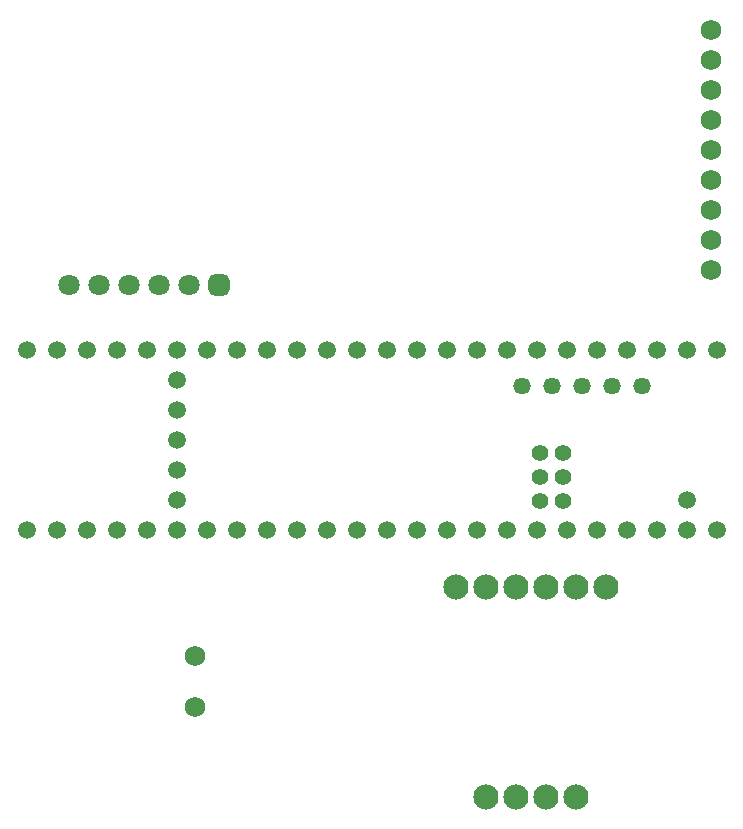
<source format=gbr>
G04*
G04 #@! TF.GenerationSoftware,Altium Limited,Altium Designer,25.0.2 (28)*
G04*
G04 Layer_Color=16711935*
%FSLAX44Y44*%
%MOMM*%
G71*
G04*
G04 #@! TF.SameCoordinates,1FEDFA3E-EA99-418E-B41A-EB270C04C77C*
G04*
G04*
G04 #@! TF.FilePolarity,Negative*
G04*
G01*
G75*
%ADD14C,1.5112*%
%ADD15C,1.4612*%
%ADD16C,1.4112*%
%ADD17C,1.7272*%
%ADD18C,2.1336*%
%ADD19C,1.8032*%
G04:AMPARAMS|DCode=20|XSize=1.8032mm|YSize=1.8032mm|CornerRadius=0.5016mm|HoleSize=0mm|Usage=FLASHONLY|Rotation=180.000|XOffset=0mm|YOffset=0mm|HoleType=Round|Shape=RoundedRectangle|*
%AMROUNDEDRECTD20*
21,1,1.8032,0.8000,0,0,180.0*
21,1,0.8000,1.8032,0,0,180.0*
1,1,1.0032,-0.4000,0.4000*
1,1,1.0032,0.4000,0.4000*
1,1,1.0032,0.4000,-0.4000*
1,1,1.0032,-0.4000,-0.4000*
%
%ADD20ROUNDEDRECTD20*%
D14*
X220980Y255270D02*
D03*
X195580D02*
D03*
X170180D02*
D03*
X144780D02*
D03*
X119380D02*
D03*
X93980D02*
D03*
X68580D02*
D03*
X43180D02*
D03*
X17780D02*
D03*
Y407670D02*
D03*
X43180D02*
D03*
X68580D02*
D03*
X93980D02*
D03*
X119380D02*
D03*
X144780D02*
D03*
X170180D02*
D03*
X195580D02*
D03*
X220980D02*
D03*
X601980Y255270D02*
D03*
X576580D02*
D03*
X551180D02*
D03*
X525780D02*
D03*
X500380D02*
D03*
X474980D02*
D03*
X449580D02*
D03*
X424180D02*
D03*
X398780D02*
D03*
X373380D02*
D03*
X347980D02*
D03*
X322580D02*
D03*
X297180D02*
D03*
X271780D02*
D03*
X246380Y407670D02*
D03*
X271780D02*
D03*
X297180D02*
D03*
X322580D02*
D03*
X347980D02*
D03*
X373380D02*
D03*
X398780D02*
D03*
X424180D02*
D03*
X449580D02*
D03*
X474980D02*
D03*
X500380D02*
D03*
X525780D02*
D03*
X551180D02*
D03*
X246380Y255270D02*
D03*
X144780Y306070D02*
D03*
X576580Y280670D02*
D03*
X144780D02*
D03*
Y331470D02*
D03*
Y356870D02*
D03*
Y382270D02*
D03*
X576580Y407670D02*
D03*
X601980D02*
D03*
D15*
X436880Y377170D02*
D03*
X462280D02*
D03*
X487680D02*
D03*
X513080D02*
D03*
X538480D02*
D03*
D16*
X472280Y319770D02*
D03*
Y299770D02*
D03*
X452280Y319770D02*
D03*
Y299770D02*
D03*
X472280Y279770D02*
D03*
X452280D02*
D03*
D17*
X160020Y148590D02*
D03*
Y105410D02*
D03*
X596900Y678180D02*
D03*
Y652780D02*
D03*
Y627380D02*
D03*
Y601980D02*
D03*
Y474980D02*
D03*
Y500380D02*
D03*
Y525780D02*
D03*
Y551180D02*
D03*
Y576580D02*
D03*
D18*
X457200Y29210D02*
D03*
X431800D02*
D03*
X482600D02*
D03*
X406400D02*
D03*
X457200Y207010D02*
D03*
X431800D02*
D03*
X482600D02*
D03*
X406400D02*
D03*
X508000D02*
D03*
X381000D02*
D03*
D19*
X104140Y462280D02*
D03*
X154940D02*
D03*
X129540D02*
D03*
X78740D02*
D03*
X53340D02*
D03*
D20*
X180340D02*
D03*
M02*

</source>
